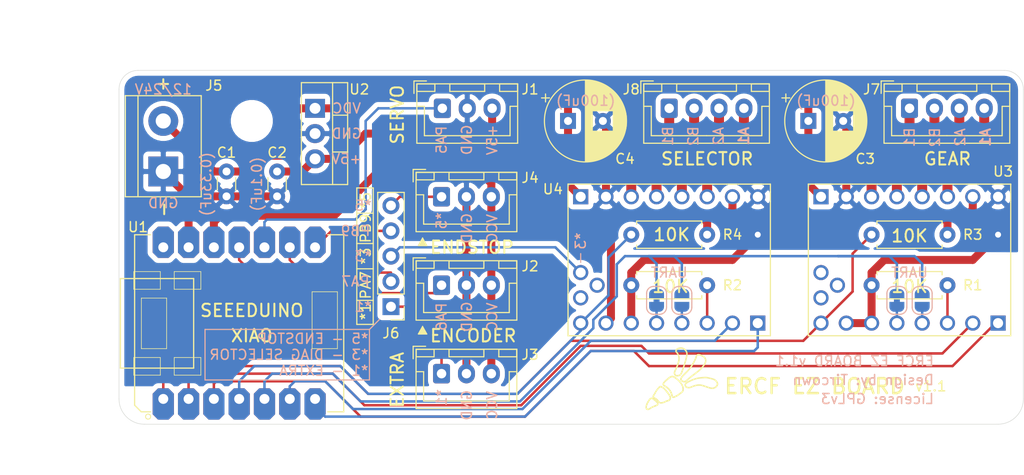
<source format=kicad_pcb>
(kicad_pcb (version 20171130) (host pcbnew "(5.1.9)-1")
  (title_block (title "ERCF EZ BOARD") (date 02/06/2021) (rev v1.1) (company "The ERCF fanclub") (comment 1 "by Tircown"))
  (layers (0 F.Cu signal) (31 B.Cu signal) (35 F.Paste user) (36 B.SilkS user) (37 F.SilkS user hide) (38 B.Mask user) (39 F.Mask user) (44 Edge.Cuts user))
  (net 0 "")
  (net 1 VDC)
  (net 2 GND)
  (net 3 +5V)
  (net 4 "Net-(J3-Pad1)")
  (net 5 "Net-(J4-Pad1)")
  (net 6 ENCODER)
  (net 7 SERVO)
  (net 8 EXTRA)
  (net 9 S-MIN)
  (net 10 +3V3)
  (net 11 G-EN)
  (net 12 "Net-(R2-Pad1)")
  (net 13 S-EN)
  (net 14 UART)
  (net 15 S-STEP)
  (net 16 S-DIR)
  (net 17 G-STEP)
  (net 18 G-DIR)
  (net 19 "Net-(J6-Pad3)")
  (net 20 "Net-(J7-Pad4)")
  (net 21 "Net-(J7-Pad3)")
  (net 22 "Net-(J7-Pad2)")
  (net 23 "Net-(J7-Pad1)")
  (net 24 "Net-(J8-Pad1)")
  (net 25 "Net-(J8-Pad2)")
  (net 26 "Net-(J8-Pad3)")
  (net 27 "Net-(J8-Pad4)")
  (net 28 "Net-(R1-Pad1)")
  (net 29 "Net-(JP8-Pad2)")
  (net 30 "Net-(JP10-Pad2)")
  (net 31 "Net-(JP7-Pad1)")
  (net 32 "Net-(JP9-Pad1)")
  (module ercf-ez-board:ercf-logo-mini (layer F.Cu) (at 133.35 138.938)
    (fp_text reference G*** hide)
    (fp_text value LOGO hide)
  )
  (module Jumper:SolderJumper-2_P1.3mm_Bridged_RoundedPad1.0x1.5mm (layer B.Cu) (at 130.81 131.064 270)
    (fp_text reference JP10 hide)
    (fp_text value Jumper_NC_Small)
    (fp_poly (pts (xy 0.25 0.3) (xy -0.25 0.3) (xy -0.25 -0.3) (xy 0.25 -0.3)) (layer B.Cu) (width 0))
    (pad 1 smd custom (at -0.65 0 270) (size 1 0.5) (layers B.Cu B.Mask) (net 14 UART) (options (clearance outline) (anchor rect)) (primitives (gr_circle (center 0 -0.25) (end 0.5 -0.25) (width 0)) (gr_circle (center 0 0.25) (end 0.5 0.25) (width 0)) (gr_poly (pts (xy 0 0.75) (xy 0.5 0.75) (xy 0.5 -0.75) (xy 0 -0.75)) (width 0))))
    (pad 2 smd custom (at 0.65 0 270) (size 1 0.5) (layers B.Cu B.Mask) (net 30 "Net-(JP10-Pad2)") (options (clearance outline) (anchor rect)) (primitives (gr_circle (center 0 -0.25) (end 0.5 -0.25) (width 0)) (gr_circle (center 0 0.25) (end 0.5 0.25) (width 0)) (gr_poly (pts (xy 0 0.75) (xy -0.5 0.75) (xy -0.5 -0.75) (xy 0 -0.75)) (width 0))))
  )
  (module Jumper:SolderJumper-2_P1.3mm_Open_RoundedPad1.0x1.5mm (layer B.Cu) (at 133.35 131.064 90)
    (fp_text reference JP9 hide)
    (fp_text value Jumper_NO_Small)
    (pad 2 smd custom (at 0.65 0 90) (size 1 0.5) (layers B.Cu B.Mask) (net 14 UART) (options (clearance outline) (anchor rect)) (primitives (gr_circle (center 0 -0.25) (end 0.5 -0.25) (width 0)) (gr_circle (center 0 0.25) (end 0.5 0.25) (width 0)) (gr_poly (pts (xy 0 0.75) (xy -0.5 0.75) (xy -0.5 -0.75) (xy 0 -0.75)) (width 0))))
    (pad 1 smd custom (at -0.65 0 90) (size 1 0.5) (layers B.Cu B.Mask) (net 32 "Net-(JP9-Pad1)") (options (clearance outline) (anchor rect)) (primitives (gr_circle (center 0 -0.25) (end 0.5 -0.25) (width 0)) (gr_circle (center 0 0.25) (end 0.5 0.25) (width 0)) (gr_poly (pts (xy 0 0.75) (xy 0.5 0.75) (xy 0.5 -0.75) (xy 0 -0.75)) (width 0))))
  )
  (module Jumper:SolderJumper-2_P1.3mm_Bridged_RoundedPad1.0x1.5mm (layer B.Cu) (at 154.94 131.064 270)
    (fp_text reference JP8 hide)
    (fp_text value Jumper_NC_Small)
    (fp_poly (pts (xy 0.25 0.3) (xy -0.25 0.3) (xy -0.25 -0.3) (xy 0.25 -0.3)) (layer B.Cu) (width 0))
    (pad 2 smd custom (at 0.65 0 270) (size 1 0.5) (layers B.Cu B.Mask) (net 29 "Net-(JP8-Pad2)") (options (clearance outline) (anchor rect)) (primitives (gr_circle (center 0 -0.25) (end 0.5 -0.25) (width 0)) (gr_circle (center 0 0.25) (end 0.5 0.25) (width 0)) (gr_poly (pts (xy 0 0.75) (xy -0.5 0.75) (xy -0.5 -0.75) (xy 0 -0.75)) (width 0))))
    (pad 1 smd custom (at -0.65 0 270) (size 1 0.5) (layers B.Cu B.Mask) (net 14 UART) (options (clearance outline) (anchor rect)) (primitives (gr_circle (center 0 -0.25) (end 0.5 -0.25) (width 0)) (gr_circle (center 0 0.25) (end 0.5 0.25) (width 0)) (gr_poly (pts (xy 0 0.75) (xy 0.5 0.75) (xy 0.5 -0.75) (xy 0 -0.75)) (width 0))))
  )
  (module Jumper:SolderJumper-2_P1.3mm_Open_RoundedPad1.0x1.5mm (layer B.Cu) (at 157.48 131.064 90)
    (fp_text reference JP7 hide)
    (fp_text value Jumper_NO_Small)
    (pad 2 smd custom (at 0.65 0 90) (size 1 0.5) (layers B.Cu B.Mask) (net 14 UART) (options (clearance outline) (anchor rect)) (primitives (gr_circle (center 0 -0.25) (end 0.5 -0.25) (width 0)) (gr_circle (center 0 0.25) (end 0.5 0.25) (width 0)) (gr_poly (pts (xy 0 0.75) (xy -0.5 0.75) (xy -0.5 -0.75) (xy 0 -0.75)) (width 0))))
    (pad 1 smd custom (at -0.65 0 90) (size 1 0.5) (layers B.Cu B.Mask) (net 31 "Net-(JP7-Pad1)") (options (clearance outline) (anchor rect)) (primitives (gr_circle (center 0 -0.25) (end 0.5 -0.25) (width 0)) (gr_circle (center 0 0.25) (end 0.5 0.25) (width 0)) (gr_poly (pts (xy 0 0.75) (xy 0.5 0.75) (xy 0.5 -0.75) (xy 0 -0.75)) (width 0))))
  )
  (module ercf-ez-board:SeeeduinoXIAO-MODULE14P (layer F.Cu) (at 81.28 133.35 90)
    (fp_text reference U1 (at 9.652 -2.54 180) (layer F.SilkS))
    (fp_text value SeeeduinoXIAO hide)
    (pad 14 thru_hole custom (at 7.62 0 90) (size 2 2) (drill 1) (layers *.Cu *.Mask) (options (clearance outline) (anchor circle)) (primitives (gr_poly (pts (xy 2.032 -0.508) (xy 2.032 0.508) (xy 1.524 1.016) (xy -0.508 1.016) (xy -1.016 0.508) (xy -1.016 -0.508) (xy -0.508 -1.016) (xy 1.524 -1.016)) (width 0.1))))
    (pad 12 thru_hole custom (at 7.62 5.08 90) (size 2 2) (drill 1) (layers *.Cu *.Mask) (net 10 +3V3) (options (clearance outline) (anchor circle)) (primitives (gr_poly (pts (xy 2.032 -0.508) (xy 2.032 0.508) (xy 1.524 1.016) (xy -0.508 1.016) (xy -1.016 0.508) (xy -1.016 -0.508) (xy -0.508 -1.016) (xy 1.524 -1.016)) (width 0.1))))
    (pad 13 thru_hole custom (at 7.62 2.54 90) (size 2 2) (drill 1) (layers *.Cu *.Mask) (net 2 GND) (options (clearance outline) (anchor circle)) (primitives (gr_poly (pts (xy 2.032 -0.508) (xy 2.032 0.508) (xy 1.524 1.016) (xy -0.508 1.016) (xy -1.016 0.508) (xy -1.016 -0.508) (xy -0.508 -1.016) (xy 1.524 -1.016)) (width 0.1))))
    (pad 11 thru_hole custom (at 7.62 7.62 90) (size 2 2) (drill 1) (layers *.Cu *.Mask) (net 6 ENCODER) (options (clearance outline) (anchor circle)) (primitives (gr_poly (pts (xy 2.032 -0.508) (xy 2.032 0.508) (xy 1.524 1.016) (xy -0.508 1.016) (xy -1.016 0.508) (xy -1.016 -0.508) (xy -0.508 -1.016) (xy 1.524 -1.016)) (width 0.1))))
    (pad 8 thru_hole custom (at 7.62 15.24 90) (size 2 2) (drill 1) (layers *.Cu *.Mask) (net 9 S-MIN) (options (clearance outline) (anchor circle)) (primitives (gr_poly (pts (xy 2.032 -0.508) (xy 2.032 0.508) (xy 1.524 1.016) (xy -0.508 1.016) (xy -1.016 0.508) (xy -1.016 -0.508) (xy -0.508 -1.016) (xy 1.524 -1.016)) (width 0.1))))
    (pad 9 thru_hole custom (at 7.62 12.7 90) (size 2 2) (drill 1) (layers *.Cu *.Mask) (net 8 EXTRA) (options (clearance outline) (anchor circle)) (primitives (gr_poly (pts (xy 2.032 -0.508) (xy 2.032 0.508) (xy 1.524 1.016) (xy -0.508 1.016) (xy -1.016 0.508) (xy -1.016 -0.508) (xy -0.508 -1.016) (xy 1.524 -1.016)) (width 0.1))))
    (pad 10 thru_hole custom (at 7.62 10.16 90) (size 2 2) (drill 1) (layers *.Cu *.Mask) (net 7 SERVO) (options (clearance outline) (anchor circle)) (primitives (gr_poly (pts (xy 2.032 -0.508) (xy 2.032 0.508) (xy 1.524 1.016) (xy -0.508 1.016) (xy -1.016 0.508) (xy -1.016 -0.508) (xy -0.508 -1.016) (xy 1.524 -1.016)) (width 0.1))))
    (pad 7 thru_hole custom (at -7.62 15.24 90) (size 2 2) (drill 1) (layers *.Cu *.Mask) (net 16 S-DIR) (options (clearance outline) (anchor circle)) (primitives (gr_poly (pts (xy 1.016 -0.508) (xy 1.016 0.508) (xy 0.508 1.016) (xy -1.524 1.016) (xy -2.032 0.508) (xy -2.032 -0.508) (xy -1.524 -1.016) (xy 0.508 -1.016)) (width 0.1))))
    (pad 6 thru_hole custom (at -7.62 12.7 90) (size 2 2) (drill 1) (layers *.Cu *.Mask) (net 15 S-STEP) (options (clearance outline) (anchor circle)) (primitives (gr_poly (pts (xy 1.016 -0.508) (xy 1.016 0.508) (xy 0.508 1.016) (xy -1.524 1.016) (xy -2.032 0.508) (xy -2.032 -0.508) (xy -1.524 -1.016) (xy 0.508 -1.016)) (width 0.1))))
    (pad 5 thru_hole custom (at -7.62 10.16 90) (size 2 2) (drill 1) (layers *.Cu *.Mask) (net 14 UART) (options (clearance outline) (anchor circle)) (primitives (gr_poly (pts (xy 1.016 -0.508) (xy 1.016 0.508) (xy 0.508 1.016) (xy -1.524 1.016) (xy -2.032 0.508) (xy -2.032 -0.508) (xy -1.524 -1.016) (xy 0.508 -1.016)) (width 0.1))))
    (pad 1 thru_hole custom (at -7.62 0 90) (size 2 2) (drill 1) (layers *.Cu *.Mask) (net 11 G-EN) (options (clearance outline) (anchor circle)) (primitives (gr_poly (pts (xy 1.016 -0.508) (xy 1.016 0.508) (xy 0.508 1.016) (xy -1.524 1.016) (xy -2.032 0.508) (xy -2.032 -0.508) (xy -1.524 -1.016) (xy 0.508 -1.016)) (width 0.1))))
    (pad 2 thru_hole custom (at -7.62 2.54 90) (size 2 2) (drill 1) (layers *.Cu *.Mask) (net 17 G-STEP) (options (clearance outline) (anchor circle)) (primitives (gr_poly (pts (xy 1.016 -0.508) (xy 1.016 0.508) (xy 0.508 1.016) (xy -1.524 1.016) (xy -2.032 0.508) (xy -2.032 -0.508) (xy -1.524 -1.016) (xy 0.508 -1.016)) (width 0.1))))
    (pad 3 thru_hole custom (at -7.62 5.08 90) (size 2 2) (drill 1) (layers *.Cu *.Mask) (net 18 G-DIR) (options (clearance outline) (anchor circle)) (primitives (gr_poly (pts (xy 1.016 -0.508) (xy 1.016 0.508) (xy 0.508 1.016) (xy -1.524 1.016) (xy -2.032 0.508) (xy -2.032 -0.508) (xy -1.524 -1.016) (xy 0.508 -1.016)) (width 0.1))))
    (pad 4 thru_hole custom (at -7.62 7.62 90) (size 2 2) (drill 1) (layers *.Cu *.Mask) (net 13 S-EN) (options (clearance outline) (anchor circle)) (primitives (gr_poly (pts (xy 1.016 -0.508) (xy 1.016 0.508) (xy 0.508 1.016) (xy -1.524 1.016) (xy -2.032 0.508) (xy -2.032 -0.508) (xy -1.524 -1.016) (xy 0.508 -1.016)) (width 0.1))))
    (pad 20 smd circle (at 1.323403 1.853633 180) (size 1.143 1.143) (layers F.Cu F.Paste F.Mask))
    (pad 19 smd circle (at -1.216597 1.853633 180) (size 1.143 1.143) (layers F.Cu F.Paste F.Mask))
    (pad 18 smd circle (at 1.323403 -0.686367 180) (size 1.143 1.143) (layers F.Cu F.Paste F.Mask))
    (pad 17 smd circle (at -1.216597 -0.686367 180) (size 1.143 1.143) (layers F.Cu F.Paste F.Mask))
    (pad 16 smd oval (at 1.3346 16.31782 180) (size 2.032 1.016) (layers F.Cu F.Paste F.Mask))
    (pad 15 smd oval (at -1.2154 16.31782 180) (size 2.032 1.016) (layers F.Cu F.Paste F.Mask))
  )
  (module ercf-ez-board:PinHeader_1x05_P2.54mm_Vertical_2 (layer F.Cu) (at 104.14 131.699 180)
    (fp_text reference J6 (at 0 -2.667) (layer F.SilkS))
    (fp_text value Conn_01x05_Male)
    (pad 5 thru_hole oval (at 0 10.16 180) (size 1.7 1.7) (drill 1) (layers *.Cu *.Mask) (net 5 "Net-(J4-Pad1)"))
    (pad 4 thru_hole oval (at 0 7.62 180) (size 1.7 1.7) (drill 1) (layers *.Cu *.Mask) (net 9 S-MIN))
    (pad 3 thru_hole oval (at 0 5.08 180) (size 1.7 1.7) (drill 1) (layers *.Cu *.Mask) (net 19 "Net-(J6-Pad3)"))
    (pad 2 thru_hole oval (at 0 2.54 180) (size 1.7 1.7) (drill 1) (layers *.Cu *.Mask) (net 8 EXTRA))
    (pad 1 thru_hole rect (at 0 0 180) (size 1.7 1.7) (drill 1) (layers *.Cu *.Mask) (net 4 "Net-(J3-Pad1)"))
  )
  (module ercf-ez-board:TerminalBlock_bornier-2_P5.08mm_2 (layer F.Cu) (at 81.28 113.03 270)
    (fp_text reference J5 (at -3.556 -5.08 180) (layer F.SilkS))
    (fp_text value Screw_Terminal_01x02)
    (pad 2 thru_hole circle (at 0 0 270) (size 3 3) (drill 1.52) (layers *.Cu *.Mask) (net 1 VDC))
    (pad 1 thru_hole rect (at 5.08 0 270) (size 3 3) (drill 1.52) (layers *.Cu *.Mask) (net 2 GND))
  )
  (module ercf-ez-board:MODULE_TMC2209_SILENTSTEPSTICK (layer F.Cu) (at 132.08 127 270)
    (fp_text reference U4 (at -7.112 11.684 180) (layer F.SilkS))
    (fp_text value TMC2209_SILENTSTEPSTICK)
    (pad JP1_1 thru_hole rect (at 6.35 -8.89 270) (size 1.524 1.524) (drill 1.016) (layers *.Cu *.Mask) (net 16 S-DIR))
    (pad JP1_2 thru_hole circle (at 6.35 -6.35 270) (size 1.524 1.524) (drill 1.016) (layers *.Cu *.Mask) (net 15 S-STEP))
    (pad JP1_3 thru_hole circle (at 6.35 -3.81 270) (size 1.524 1.524) (drill 1.016) (layers *.Cu *.Mask) (net 12 "Net-(R2-Pad1)"))
    (pad JP1_4 thru_hole circle (at 6.35 -1.27 270) (size 1.524 1.524) (drill 1.016) (layers *.Cu *.Mask) (net 32 "Net-(JP9-Pad1)"))
    (pad JP1_5 thru_hole circle (at 6.35 1.27 270) (size 1.524 1.524) (drill 1.016) (layers *.Cu *.Mask) (net 30 "Net-(JP10-Pad2)"))
    (pad JP1_6 thru_hole circle (at 6.35 3.81 270) (size 1.524 1.524) (drill 1.016) (layers *.Cu *.Mask) (net 2 GND))
    (pad JP1_7 thru_hole circle (at 6.35 6.35 270) (size 1.524 1.524) (drill 1.016) (layers *.Cu *.Mask) (net 10 +3V3))
    (pad JP1_8 thru_hole circle (at 6.35 8.89 270) (size 1.524 1.524) (drill 1.016) (layers *.Cu *.Mask) (net 13 S-EN))
    (pad JP2_1 thru_hole rect (at -6.35 8.89 270) (size 1.524 1.524) (drill 1.016) (layers *.Cu *.Mask) (net 1 VDC))
    (pad JP2_2 thru_hole circle (at -6.35 6.35 270) (size 1.524 1.524) (drill 1.016) (layers *.Cu *.Mask) (net 2 GND))
    (pad JP2_5 thru_hole circle (at -6.35 3.81 270) (size 1.524 1.524) (drill 1.016) (layers *.Cu *.Mask) (net 24 "Net-(J8-Pad1)"))
    (pad JP2_4 thru_hole circle (at -6.35 1.27 270) (size 1.524 1.524) (drill 1.016) (layers *.Cu *.Mask) (net 25 "Net-(J8-Pad2)"))
    (pad JP2_3 thru_hole circle (at -6.35 -1.27 270) (size 1.524 1.524) (drill 1.016) (layers *.Cu *.Mask) (net 26 "Net-(J8-Pad3)"))
    (pad JP2_6 thru_hole circle (at -6.35 -3.81 270) (size 1.524 1.524) (drill 1.016) (layers *.Cu *.Mask) (net 27 "Net-(J8-Pad4)"))
    (pad JP2_7 thru_hole circle (at -6.35 -6.35 270) (size 1.524 1.524) (drill 1.016) (layers *.Cu *.Mask) (net 10 +3V3))
    (pad JP2_8 thru_hole circle (at -6.35 -8.89 270) (size 1.524 1.524) (drill 1.016) (layers *.Cu *.Mask) (net 2 GND))
    (pad JP5_1 thru_hole circle (at 3.81 8.89 270) (size 1.524 1.524) (drill 1.016) (layers *.Cu *.Mask))
    (pad JP4_1 thru_hole circle (at 1.27 8.89 270) (size 1.524 1.524) (drill 1.016) (layers *.Cu *.Mask) (net 19 "Net-(J6-Pad3)"))
    (pad JP3_1 thru_hole circle (at 2.54 7.239 270) (size 1.524 1.524) (drill 1.016) (layers *.Cu *.Mask))
  )
  (module ercf-ez-board:MODULE_TMC2209_SILENTSTEPSTICK (layer F.Cu) (at 156.21 127 270)
    (fp_text reference U3 (at -8.89 -9.398 180) (layer F.SilkS))
    (fp_text value TMC2209_SILENTSTEPSTICK)
    (pad JP1_1 thru_hole rect (at 6.35 -8.89 270) (size 1.524 1.524) (drill 1.016) (layers *.Cu *.Mask) (net 18 G-DIR))
    (pad JP1_2 thru_hole circle (at 6.35 -6.35 270) (size 1.524 1.524) (drill 1.016) (layers *.Cu *.Mask) (net 17 G-STEP))
    (pad JP1_3 thru_hole circle (at 6.35 -3.81 270) (size 1.524 1.524) (drill 1.016) (layers *.Cu *.Mask) (net 28 "Net-(R1-Pad1)"))
    (pad JP1_4 thru_hole circle (at 6.35 -1.27 270) (size 1.524 1.524) (drill 1.016) (layers *.Cu *.Mask) (net 31 "Net-(JP7-Pad1)"))
    (pad JP1_5 thru_hole circle (at 6.35 1.27 270) (size 1.524 1.524) (drill 1.016) (layers *.Cu *.Mask) (net 29 "Net-(JP8-Pad2)"))
    (pad JP1_6 thru_hole circle (at 6.35 3.81 270) (size 1.524 1.524) (drill 1.016) (layers *.Cu *.Mask) (net 2 GND))
    (pad JP1_7 thru_hole circle (at 6.35 6.35 270) (size 1.524 1.524) (drill 1.016) (layers *.Cu *.Mask) (net 2 GND))
    (pad JP1_8 thru_hole circle (at 6.35 8.89 270) (size 1.524 1.524) (drill 1.016) (layers *.Cu *.Mask) (net 11 G-EN))
    (pad JP2_1 thru_hole rect (at -6.35 8.89 270) (size 1.524 1.524) (drill 1.016) (layers *.Cu *.Mask) (net 1 VDC))
    (pad JP2_2 thru_hole circle (at -6.35 6.35 270) (size 1.524 1.524) (drill 1.016) (layers *.Cu *.Mask) (net 2 GND))
    (pad JP2_5 thru_hole circle (at -6.35 3.81 270) (size 1.524 1.524) (drill 1.016) (layers *.Cu *.Mask) (net 23 "Net-(J7-Pad1)"))
    (pad JP2_4 thru_hole circle (at -6.35 1.27 270) (size 1.524 1.524) (drill 1.016) (layers *.Cu *.Mask) (net 22 "Net-(J7-Pad2)"))
    (pad JP2_3 thru_hole circle (at -6.35 -1.27 270) (size 1.524 1.524) (drill 1.016) (layers *.Cu *.Mask) (net 21 "Net-(J7-Pad3)"))
    (pad JP2_6 thru_hole circle (at -6.35 -3.81 270) (size 1.524 1.524) (drill 1.016) (layers *.Cu *.Mask) (net 20 "Net-(J7-Pad4)"))
    (pad JP2_7 thru_hole circle (at -6.35 -6.35 270) (size 1.524 1.524) (drill 1.016) (layers *.Cu *.Mask) (net 10 +3V3))
    (pad JP2_8 thru_hole circle (at -6.35 -8.89 270) (size 1.524 1.524) (drill 1.016) (layers *.Cu *.Mask) (net 2 GND))
    (pad JP5_1 thru_hole circle (at 3.81 8.89 270) (size 1.524 1.524) (drill 1.016) (layers *.Cu *.Mask))
    (pad JP4_1 thru_hole circle (at 1.27 8.89 270) (size 1.524 1.524) (drill 1.016) (layers *.Cu *.Mask))
    (pad JP3_1 thru_hole circle (at 2.54 7.239 270) (size 1.524 1.524) (drill 1.016) (layers *.Cu *.Mask))
  )
  (module Connector_JST:JST_XH_B3B-XH-A_1x03_P2.50mm_Vertical (layer F.Cu) (at 109.22 129.54)
    (fp_text reference J2 (at 8.89 -1.905) (layer F.SilkS))
    (fp_text value Conn_01x03_Male)
    (pad 3 thru_hole oval (at 5 0) (size 1.7 1.95) (drill 0.95) (layers *.Cu *.Mask) (net 10 +3V3))
    (pad 2 thru_hole oval (at 2.5 0) (size 1.7 1.95) (drill 0.95) (layers *.Cu *.Mask) (net 2 GND))
    (pad 1 thru_hole roundrect (at 0 0) (size 1.7 1.95) (drill 0.95) (layers *.Cu *.Mask) (roundrect_rratio 0.1470588235294118) (net 6 ENCODER))
  )
  (module MountingHole:MountingHole_3.2mm_M3 (layer F.Cu) (at 126.365 139.7)
    (fp_text reference H3 hide)
    (fp_text value MountingHole)
    (pad 1 np_thru_hole circle (at 0 0) (size 3.2 3.2) (drill 3.2) (layers *.Cu *.Mask))
  )
  (module Capacitor_THT:C_Disc_D3.0mm_W1.6mm_P2.50mm (layer F.Cu) (at 92.71 118.11 270)
    (fp_text reference C2 (at -1.905 0 180) (layer F.SilkS))
    (fp_text value 0.1uF)
    (pad 1 thru_hole circle (at 0 0 270) (size 1.6 1.6) (drill 0.8) (layers *.Cu *.Mask) (net 3 +5V))
    (pad 2 thru_hole circle (at 2.5 0 270) (size 1.6 1.6) (drill 0.8) (layers *.Cu *.Mask) (net 2 GND))
  )
  (module Package_TO_SOT_THT:TO-220-3_Vertical (layer F.Cu) (at 96.52 111.76 270)
    (fp_text reference U2 (at -1.905 -4.445 180) (layer F.SilkS))
    (fp_text value L7805)
    (pad 1 thru_hole rect (at 0 0 270) (size 1.905 2) (drill 1.1) (layers *.Cu *.Mask) (net 1 VDC))
    (pad 2 thru_hole oval (at 2.54 0 270) (size 1.905 2) (drill 1.1) (layers *.Cu *.Mask) (net 2 GND))
    (pad 3 thru_hole oval (at 5.08 0 270) (size 1.905 2) (drill 1.1) (layers *.Cu *.Mask) (net 3 +5V))
  )
  (module Resistor_THT:R_Axial_DIN0207_L6.3mm_D2.5mm_P7.62mm_Horizontal (layer F.Cu) (at 128.27 124.46)
    (fp_text reference R4 (at 10.16 0) (layer F.SilkS))
    (fp_text value 10k)
    (pad 2 thru_hole oval (at 7.62 0) (size 1.6 1.6) (drill 0.8) (layers *.Cu *.Mask) (net 10 +3V3))
    (pad 1 thru_hole circle (at 0 0) (size 1.6 1.6) (drill 0.8) (layers *.Cu *.Mask) (net 13 S-EN))
  )
  (module Resistor_THT:R_Axial_DIN0207_L6.3mm_D2.5mm_P7.62mm_Horizontal (layer F.Cu) (at 152.4 124.46)
    (fp_text reference R3 (at 10.16 0) (layer F.SilkS))
    (fp_text value 10k)
    (pad 2 thru_hole oval (at 7.62 0) (size 1.6 1.6) (drill 0.8) (layers *.Cu *.Mask) (net 10 +3V3))
    (pad 1 thru_hole circle (at 0 0) (size 1.6 1.6) (drill 0.8) (layers *.Cu *.Mask) (net 11 G-EN))
  )
  (module Resistor_THT:R_Axial_DIN0207_L6.3mm_D2.5mm_P7.62mm_Horizontal (layer F.Cu) (at 135.89 129.54 180)
    (fp_text reference R2 (at -2.54 0) (layer F.SilkS))
    (fp_text value 10k)
    (pad 2 thru_hole oval (at 7.62 0 180) (size 1.6 1.6) (drill 0.8) (layers *.Cu *.Mask) (net 2 GND))
    (pad 1 thru_hole circle (at 0 0 180) (size 1.6 1.6) (drill 0.8) (layers *.Cu *.Mask) (net 12 "Net-(R2-Pad1)"))
  )
  (module Resistor_THT:R_Axial_DIN0207_L6.3mm_D2.5mm_P7.62mm_Horizontal (layer F.Cu) (at 160.02 129.54 180)
    (fp_text reference R1 (at -2.54 0) (layer F.SilkS))
    (fp_text value 10k)
    (pad 2 thru_hole oval (at 7.62 0 180) (size 1.6 1.6) (drill 0.8) (layers *.Cu *.Mask) (net 2 GND))
    (pad 1 thru_hole circle (at 0 0 180) (size 1.6 1.6) (drill 0.8) (layers *.Cu *.Mask) (net 28 "Net-(R1-Pad1)"))
  )
  (module Connector_JST:JST_XH_B4B-XH-A_1x04_P2.50mm_Vertical (layer F.Cu) (at 132.08 111.76)
    (fp_text reference J8 (at -3.81 -1.905) (layer F.SilkS))
    (fp_text value Conn_01x04_Male)
    (pad 1 thru_hole roundrect (at 0 0) (size 1.7 1.95) (drill 0.95) (layers *.Cu *.Mask) (roundrect_rratio 0.1470588235294118) (net 24 "Net-(J8-Pad1)"))
    (pad 2 thru_hole oval (at 2.5 0) (size 1.7 1.95) (drill 0.95) (layers *.Cu *.Mask) (net 25 "Net-(J8-Pad2)"))
    (pad 3 thru_hole oval (at 5 0) (size 1.7 1.95) (drill 0.95) (layers *.Cu *.Mask) (net 26 "Net-(J8-Pad3)"))
    (pad 4 thru_hole oval (at 7.5 0) (size 1.7 1.95) (drill 0.95) (layers *.Cu *.Mask) (net 27 "Net-(J8-Pad4)"))
  )
  (module Connector_JST:JST_XH_B4B-XH-A_1x04_P2.50mm_Vertical (layer F.Cu) (at 156.21 111.76)
    (fp_text reference J7 (at -3.81 -1.905) (layer F.SilkS))
    (fp_text value Conn_01x04_Male)
    (pad 4 thru_hole oval (at 7.5 0) (size 1.7 1.95) (drill 0.95) (layers *.Cu *.Mask) (net 20 "Net-(J7-Pad4)"))
    (pad 3 thru_hole oval (at 5 0) (size 1.7 1.95) (drill 0.95) (layers *.Cu *.Mask) (net 21 "Net-(J7-Pad3)"))
    (pad 2 thru_hole oval (at 2.5 0) (size 1.7 1.95) (drill 0.95) (layers *.Cu *.Mask) (net 22 "Net-(J7-Pad2)"))
    (pad 1 thru_hole roundrect (at 0 0) (size 1.7 1.95) (drill 0.95) (layers *.Cu *.Mask) (roundrect_rratio 0.1470588235294118) (net 23 "Net-(J7-Pad1)"))
  )
  (module Connector_JST:JST_XH_B3B-XH-A_1x03_P2.50mm_Vertical (layer F.Cu) (at 109.22 120.65)
    (fp_text reference J4 (at 8.89 -1.905) (layer F.SilkS))
    (fp_text value Conn_01x03_Male)
    (pad 3 thru_hole oval (at 5 0) (size 1.7 1.95) (drill 0.95) (layers *.Cu *.Mask) (net 10 +3V3))
    (pad 2 thru_hole oval (at 2.5 0) (size 1.7 1.95) (drill 0.95) (layers *.Cu *.Mask) (net 2 GND))
    (pad 1 thru_hole roundrect (at 0 0) (size 1.7 1.95) (drill 0.95) (layers *.Cu *.Mask) (roundrect_rratio 0.1470588235294118) (net 5 "Net-(J4-Pad1)"))
  )
  (module Connector_JST:JST_XH_B3B-XH-A_1x03_P2.50mm_Vertical (layer F.Cu) (at 109.22 138.43)
    (fp_text reference J3 (at 8.89 -1.905) (layer F.SilkS))
    (fp_text value Conn_01x03_Male)
    (pad 3 thru_hole oval (at 5 0) (size 1.7 1.95) (drill 0.95) (layers *.Cu *.Mask) (net 10 +3V3))
    (pad 2 thru_hole oval (at 2.5 0) (size 1.7 1.95) (drill 0.95) (layers *.Cu *.Mask) (net 2 GND))
    (pad 1 thru_hole roundrect (at 0 0) (size 1.7 1.95) (drill 0.95) (layers *.Cu *.Mask) (roundrect_rratio 0.1470588235294118) (net 4 "Net-(J3-Pad1)"))
  )
  (module Connector_JST:JST_XH_B3B-XH-A_1x03_P2.50mm_Vertical (layer F.Cu) (at 109.3 111.76)
    (fp_text reference J1 (at 8.81 -1.905) (layer F.SilkS))
    (fp_text value Conn_01x03_Male)
    (pad 3 thru_hole oval (at 5 0) (size 1.7 1.95) (drill 0.95) (layers *.Cu *.Mask) (net 3 +5V))
    (pad 2 thru_hole oval (at 2.5 0) (size 1.7 1.95) (drill 0.95) (layers *.Cu *.Mask) (net 2 GND))
    (pad 1 thru_hole roundrect (at 0 0) (size 1.7 1.95) (drill 0.95) (layers *.Cu *.Mask) (roundrect_rratio 0.1470588235294118) (net 7 SERVO))
  )
  (module MountingHole:MountingHole_3.2mm_M3 (layer F.Cu) (at 90.17 113.03)
    (fp_text reference H2 hide)
    (fp_text value MountingHole)
    (pad 1 np_thru_hole circle (at 0 0) (size 3.2 3.2) (drill 3.2) (layers *.Cu *.Mask))
  )
  (module MountingHole:MountingHole_3.2mm_M3 (layer F.Cu) (at 163.83 139.7)
    (fp_text reference H1 hide)
    (fp_text value MountingHole)
    (pad 1 np_thru_hole circle (at 0 0) (size 3.2 3.2) (drill 3.2) (layers *.Cu *.Mask))
  )
  (module Capacitor_THT:CP_Radial_D8.0mm_P3.50mm (layer F.Cu) (at 121.92 113.03)
    (fp_text reference C4 (at 5.715 3.81) (layer F.SilkS))
    (fp_text value 100uF)
    (pad 2 thru_hole circle (at 3.5 0) (size 1.6 1.6) (drill 0.8) (layers *.Cu *.Mask) (net 2 GND))
    (pad 1 thru_hole rect (at 0 0) (size 1.6 1.6) (drill 0.8) (layers *.Cu *.Mask) (net 1 VDC))
  )
  (module Capacitor_THT:CP_Radial_D8.0mm_P3.50mm (layer F.Cu) (at 146.05 113.03)
    (fp_text reference C3 (at 5.715 3.81) (layer F.SilkS))
    (fp_text value 100uF)
    (pad 2 thru_hole circle (at 3.5 0) (size 1.6 1.6) (drill 0.8) (layers *.Cu *.Mask) (net 2 GND))
    (pad 1 thru_hole rect (at 0 0) (size 1.6 1.6) (drill 0.8) (layers *.Cu *.Mask) (net 1 VDC))
  )
  (module Capacitor_THT:C_Disc_D3.0mm_W1.6mm_P2.50mm (layer F.Cu) (at 87.63 118.11 270)
    (fp_text reference C1 (at -1.905 0 180) (layer F.SilkS))
    (fp_text value 0.33uF)
    (pad 2 thru_hole circle (at 2.5 0 270) (size 1.6 1.6) (drill 0.8) (layers *.Cu *.Mask) (net 2 GND))
    (pad 1 thru_hole circle (at 0 0 270) (size 1.6 1.6) (drill 0.8) (layers *.Cu *.Mask) (net 1 VDC))
  )
  (gr_text "ERCF EZ BOARD v1.1" (at 158.75 137.16) (layer B.SilkS) (effects (font (size 1 1)) (justify left mirror)))
  (gr_text "License: GPLv3" (at 158.75 140.97) (layer B.SilkS) (effects (font (size 1 1)) (justify left mirror)))
  (gr_text "Design by: Tircown" (at 158.75 139.065) (layer B.SilkS) (effects (font (size 1 1)) (justify left mirror)))
  (gr_text UART (at 132.08 128.27) (layer B.SilkS) (effects (font (size 1 1)) (justify mirror)))
  (gr_text UART (at 156.21 128.27) (layer B.SilkS) (effects (font (size 1 1)) (justify mirror)))
  (gr_text - (at 81.28 121.92 90) (layer F.SilkS) (effects (font (size 1.25 1.25) (thickness 0.2))))
  (gr_text + (at 81.28 109.22) (layer F.SilkS) (effects (font (size 1.25 1.25) (thickness 0.2))))
  (gr_text GND (at 81.28 121.285) (layer B.SilkS) (effects (font (size 1 1)) (justify mirror)))
  (gr_text 12/24V (at 81.28 109.855) (layer B.SilkS) (effects (font (size 1 1)) (justify mirror)))
  (gr_text "(100uF)" (at 147.828 110.998) (layer B.SilkS) (effects (font (size 1 1)) (justify mirror)))
  (gr_text "(100uF)" (at 123.698 110.998) (layer B.SilkS) (effects (font (size 1 1)) (justify mirror)))
  (gr_text "(0.1uF)" (at 90.678 119.38 90) (layer B.SilkS) (effects (font (size 1 1)) (justify mirror)))
  (gr_text "(0.33uF)" (at 85.598 119.38 90) (layer B.SilkS) (effects (font (size 1 1)) (justify mirror)))
  (gr_text 10K (at 132.334 124.46) (layer F.SilkS) (effects (font (size 1.25 1.25) (thickness 0.2))))
  (gr_text 10K (at 132.207 129.667) (layer F.SilkS) (effects (font (size 1.25 1.25) (thickness 0.2))))
  (gr_text 10K (at 156.21 129.667) (layer F.SilkS) (effects (font (size 1.25 1.25) (thickness 0.2))))
  (gr_text 10K (at 156.21 124.587) (layer F.SilkS) (effects (font (size 1.25 1.25) (thickness 0.2))))
  (gr_line (start 102.362 122.301) (end 100.711 122.301) (layer F.SilkS) (width 0.12))
  (gr_line (start 102.362 131.064) (end 100.711 131.064) (layer F.SilkS) (width 0.12))
  (gr_line (start 102.362 125.349) (end 100.711 125.349) (layer F.SilkS) (width 0.12))
  (gr_line (start 102.362 133.477) (end 102.362 119.761) (layer F.SilkS) (width 0.12))
  (gr_line (start 102.362 127.889) (end 100.711 127.889) (layer F.SilkS) (width 0.12))
  (gr_line (start 100.711 133.477) (end 102.362 133.477) (layer F.SilkS) (width 0.12))
  (gr_line (start 100.711 119.761) (end 100.711 133.477) (layer F.SilkS) (width 0.12))
  (gr_line (start 102.362 119.761) (end 100.711 119.761) (layer F.SilkS) (width 0.12))
  (gr_text PA7 (at 101.6 129.54 90) (layer F.SilkS) (effects (font (size 1 1))))
  (gr_text *1 (at 101.6 132.207 90) (layer F.SilkS) (effects (font (size 1 1))))
  (gr_text *3 (at 101.6 126.619 90) (layer F.SilkS) (effects (font (size 1 1))))
  (gr_text PB9 (at 101.6 123.825 90) (layer F.SilkS) (effects (font (size 1 1))))
  (gr_text *5 (at 101.6 121.031 90) (layer F.SilkS) (effects (font (size 1 1))))
  (gr_text XIAO (at 90.17 134.62) (layer F.SilkS) (effects (font (size 1.25 1.25) (thickness 0.2))))
  (gr_text SEEEDUINO (at 90.17 132.08) (layer F.SilkS) (effects (font (size 1.25 1.25) (thickness 0.2))))
  (gr_text ▲ (at 107.315 133.985) (layer F.SilkS) (effects (font (size 1 1) (thickness 0.1))))
  (gr_text ▲ (at 107.315 125.095) (layer F.SilkS) (effects (font (size 1 1) (thickness 0.1))))
  (gr_text EXTRA (at 104.775 139.065 90) (layer F.SilkS) (effects (font (size 1.25 1.25) (thickness 0.2))))
  (gr_text ENCODER (at 107.95 134.62) (layer F.SilkS) (effects (font (size 1.25 1.25) (thickness 0.2)) (justify left)))
  (gr_text ENDSTOP (at 107.95 125.73) (layer F.SilkS) (effects (font (size 1.25 1.25) (thickness 0.2)) (justify left)))
  (gr_text SERVO (at 104.775 112.395 90) (layer F.SilkS) (effects (font (size 1.25 1.25) (thickness 0.2))))
  (gr_line (start 123.19 126.365) (end 123.19 127.254) (layer B.SilkS) (width 0.12))
  (gr_line (start 101.981 133.985) (end 102.997 132.969) (layer B.SilkS) (width 0.12))
  (gr_line (start 101.981 139.065) (end 101.981 133.985) (layer B.SilkS) (width 0.12))
  (gr_line (start 85.471 139.065) (end 101.981 139.065) (layer B.SilkS) (width 0.12))
  (gr_line (start 85.471 133.985) (end 85.471 139.065) (layer B.SilkS) (width 0.12))
  (gr_line (start 101.981 133.985) (end 85.471 133.985) (layer B.SilkS) (width 0.12))
  (gr_text "*5 - ENDSTOP\n*3 - DIAG SELECTOR\n*1 - EXTRA" (at 101.981 136.525) (layer B.SilkS) (effects (font (size 1 1)) (justify left mirror)))
  (gr_text "*1  " (at 100.584 131.699) (layer B.SilkS) (effects (font (size 1 1)) (justify mirror)))
  (gr_text "*5  " (at 100.584 121.539) (layer B.SilkS) (effects (font (size 1 1)) (justify mirror)))
  (gr_text "*3  " (at 100.584 126.619) (layer B.SilkS) (effects (font (size 1 1)) (justify mirror)))
  (gr_text *3 (at 123.19 125.095 90) (layer B.SilkS) (effects (font (size 1 1)) (justify mirror)))
  (gr_text PB9 (at 100.584 124.079) (layer B.SilkS) (effects (font (size 1 1)) (justify mirror)))
  (gr_text PA7 (at 100.584 129.159) (layer B.SilkS) (effects (font (size 1 1)) (justify mirror)))
  (gr_text +5V (at 114.3 114.935 90) (layer B.SilkS) (effects (font (size 1 1)) (justify mirror)))
  (gr_text GND (at 111.76 114.935 90) (layer B.SilkS) (effects (font (size 1 1)) (justify mirror)))
  (gr_text PA5 (at 109.22 114.935 90) (layer B.SilkS) (effects (font (size 1 1)) (justify mirror)))
  (gr_text VDC (at 99.695 111.76) (layer B.SilkS) (effects (font (size 1 1)) (justify mirror)))
  (gr_text +5V (at 99.695 116.84) (layer B.SilkS) (effects (font (size 1 1)) (justify mirror)))
  (gr_text GND (at 99.695 114.3) (layer B.SilkS) (effects (font (size 1 1)) (justify mirror)))
  (gr_text "*1  " (at 109.22 141.605 90) (layer B.SilkS) (effects (font (size 1 1)) (justify mirror)))
  (gr_text GND (at 111.76 141.605 90) (layer B.SilkS) (effects (font (size 1 1)) (justify mirror)))
  (gr_text VCC (at 114.3 141.605 90) (layer B.SilkS) (effects (font (size 1 1)) (justify mirror)))
  (gr_text PA6 (at 109.22 132.715 90) (layer B.SilkS) (effects (font (size 1 1)) (justify mirror)))
  (gr_text GND (at 111.76 132.715 90) (layer B.SilkS) (effects (font (size 1 1)) (justify mirror)))
  (gr_text VCC (at 114.3 132.715 90) (layer B.SilkS) (effects (font (size 1 1)) (justify mirror)))
  (gr_text VCC (at 114.3 123.825 90) (layer B.SilkS) (effects (font (size 1 1)) (justify mirror)))
  (gr_text GND (at 111.76 123.825 90) (layer B.SilkS) (effects (font (size 1 1)) (justify mirror)))
  (gr_text "*5  " (at 109.22 123.825 90) (layer B.SilkS) (effects (font (size 1 1)) (justify mirror)))
  (gr_text A1 (at 139.573 114.554 90) (layer B.SilkS) (effects (font (size 1 1) (thickness 0.2)) (justify mirror)))
  (gr_text B1 (at 131.953 114.554 90) (layer B.SilkS) (effects (font (size 1 1)) (justify mirror)))
  (gr_text A2 (at 137.033 114.554 90) (layer B.SilkS) (effects (font (size 1 1)) (justify mirror)))
  (gr_text B2 (at 134.493 114.554 90) (layer B.SilkS) (effects (font (size 1 1)) (justify mirror)))
  (gr_text B1 (at 156.21 114.681 90) (layer B.SilkS) (effects (font (size 1 1)) (justify mirror)))
  (gr_text B2 (at 158.75 114.681 90) (layer B.SilkS) (effects (font (size 1 1)) (justify mirror)))
  (gr_text A2 (at 161.29 114.681 90) (layer B.SilkS) (effects (font (size 1 1)) (justify mirror)))
  (gr_text A1 (at 163.83 114.681 90) (layer B.SilkS) (effects (font (size 1 1) (thickness 0.2)) (justify mirror)))
  (gr_text SELECTOR (at 135.89 116.84) (layer F.SilkS) (effects (font (size 1.25 1.25) (thickness 0.2))))
  (gr_text GEAR (at 160.02 116.84) (layer F.SilkS) (effects (font (size 1.25 1.25) (thickness 0.2))))
  (gr_line (start 76.835 109.855) (end 76.835 140.97) (layer Edge.Cuts) (width 0.05))
  (gr_line (start 165.735 107.95) (end 78.74 107.95) (layer Edge.Cuts) (width 0.05))
  (gr_line (start 167.64 140.97) (end 167.64 109.855) (layer Edge.Cuts) (width 0.05))
  (gr_line (start 79.375 143.51) (end 165.1 143.51) (layer Edge.Cuts) (width 0.05))
  (gr_arc (start 79.375 140.97) (end 76.835 140.97) (angle -90) (layer Edge.Cuts) (width 0.05))
  (gr_arc (start 165.1 140.97) (end 165.1 143.51) (angle -90) (layer Edge.Cuts) (width 0.05))
  (gr_arc (start 165.735 109.855) (end 167.64 109.855) (angle -90) (layer Edge.Cuts) (width 0.05))
  (gr_arc (start 78.74 109.855) (end 78.74 107.95) (angle -90) (layer Edge.Cuts) (width 0.05))
  (gr_text v1.1 (at 160.02 139.7) (layer F.SilkS) (effects (font (size 1 1)) (justify right)))
  (gr_text "ERCF EZ BOARD" (at 146.685 139.7) (layer F.SilkS) (effects (font (size 1.5 1.5) (thickness 0.25))))
  (segment (start 96.52 111.76) (end 96.52 111.953998) (width 0.6) (layer F.Cu) (net 1))
  (segment (start 86.36 118.11) (end 81.28 113.03) (width 0.8) (layer F.Cu) (net 1))
  (segment (start 87.63 118.11) (end 86.36 118.11) (width 0.8) (layer F.Cu) (net 1))
  (segment (start 93.2815 116.5225) (end 91.7575 116.5225) (width 0.8) (layer F.Cu) (net 1))
  (segment (start 94.361 115.443) (end 93.2815 116.5225) (width 0.8) (layer F.Cu) (net 1))
  (segment (start 94.361 112.395) (end 94.361 115.443) (width 0.8) (layer F.Cu) (net 1))
  (segment (start 94.996 111.76) (end 94.361 112.395) (width 0.8) (layer F.Cu) (net 1))
  (segment (start 96.52 111.76) (end 94.996 111.76) (width 0.8) (layer F.Cu) (net 1))
  (segment (start 90.17 118.11) (end 91.7575 116.5225) (width 0.8) (layer F.Cu) (net 1))
  (segment (start 87.63 118.11) (end 90.17 118.11) (width 0.8) (layer F.Cu) (net 1))
  (segment (start 99.314 111.76) (end 101.219 109.855) (width 0.8) (layer F.Cu) (net 1))
  (segment (start 96.52 111.76) (end 99.314 111.76) (width 0.8) (layer F.Cu) (net 1))
  (segment (start 101.219 109.855) (end 121.285 109.855) (width 0.8) (layer F.Cu) (net 1))
  (segment (start 121.285 109.855) (end 145.415 109.855) (width 0.8) (layer F.Cu) (net 1))
  (segment (start 146.05 110.49) (end 145.415 109.855) (width 0.8) (layer F.Cu) (net 1))
  (segment (start 146.05 113.03) (end 146.05 110.49) (width 0.8) (layer F.Cu) (net 1))
  (segment (start 146.05 119.38) (end 147.32 120.65) (width 0.8) (layer F.Cu) (net 1))
  (segment (start 146.05 113.03) (end 146.05 119.38) (width 0.8) (layer F.Cu) (net 1))
  (segment (start 121.92 119.38) (end 123.19 120.65) (width 0.8) (layer F.Cu) (net 1))
  (segment (start 121.92 113.03) (end 121.92 119.38) (width 0.8) (layer F.Cu) (net 1))
  (segment (start 121.92 110.49) (end 121.285 109.855) (width 0.8) (layer F.Cu) (net 1))
  (segment (start 121.92 113.03) (end 121.92 110.49) (width 0.8) (layer F.Cu) (net 1))
  (segment (start 111.72 129.54) (end 111.72 138.43) (width 0.8) (layer F.Cu) (net 2))
  (segment (start 83.78 120.61) (end 81.28 118.11) (width 0.8) (layer F.Cu) (net 2))
  (segment (start 87.63 120.61) (end 83.78 120.61) (width 0.8) (layer F.Cu) (net 2))
  (segment (start 83.82 120.65) (end 83.78 120.61) (width 0.8) (layer F.Cu) (net 2))
  (segment (start 83.82 125.73) (end 83.82 120.65) (width 0.8) (layer F.Cu) (net 2))
  (segment (start 87.63 120.61) (end 92.71 120.61) (width 0.8) (layer F.Cu) (net 2))
  (segment (start 111.72 120.65) (end 111.72 129.54) (width 0.8) (layer F.Cu) (net 2))
  (segment (start 149.86 113.34) (end 149.55 113.03) (width 0.8) (layer F.Cu) (net 2))
  (segment (start 149.86 120.65) (end 149.86 113.34) (width 0.8) (layer F.Cu) (net 2))
  (segment (start 125.73 113.34) (end 125.42 113.03) (width 0.8) (layer F.Cu) (net 2))
  (segment (start 125.73 120.65) (end 125.73 113.34) (width 0.8) (layer F.Cu) (net 2))
  (segment (start 152.4 129.54) (end 152.4 133.35) (width 0.8) (layer F.Cu) (net 2))
  (segment (start 152.4 133.35) (end 149.86 133.35) (width 0.8) (layer F.Cu) (net 2))
  (segment (start 128.27 129.54) (end 128.27 133.35) (width 0.8) (layer F.Cu) (net 2))
  (via (at 140.97 124.46) (size 1) (drill 0.6) (layers F.Cu B.Cu) (net 2))
  (segment (start 138.43 127) (end 140.97 124.46) (width 0.8) (layer F.Cu) (net 2))
  (segment (start 152.4 129.54) (end 152.4 128.27) (width 0.8) (layer F.Cu) (net 2))
  (segment (start 152.4 128.27) (end 153.67 127) (width 0.8) (layer F.Cu) (net 2))
  (segment (start 162.56 127) (end 165.1 124.46) (width 0.8) (layer F.Cu) (net 2))
  (via (at 165.1 124.46) (size 1) (drill 0.6) (layers F.Cu B.Cu) (net 2))
  (segment (start 153.67 127) (end 162.56 127) (width 0.8) (layer F.Cu) (net 2))
  (segment (start 128.27 129.54) (end 128.27 128.27) (width 0.8) (layer F.Cu) (net 2))
  (segment (start 129.54 127) (end 138.43 127) (width 0.8) (layer F.Cu) (net 2))
  (segment (start 128.27 128.27) (end 129.54 127) (width 0.8) (layer F.Cu) (net 2))
  (segment (start 95.25 118.11) (end 96.52 116.84) (width 0.8) (layer F.Cu) (net 3))
  (segment (start 92.71 118.11) (end 95.25 118.11) (width 0.8) (layer F.Cu) (net 3))
  (segment (start 99.06 116.84) (end 101.6 114.3) (width 0.8) (layer F.Cu) (net 3))
  (segment (start 96.52 116.84) (end 99.06 116.84) (width 0.8) (layer F.Cu) (net 3))
  (segment (start 101.6 114.3) (end 113.538 114.3) (width 0.8) (layer F.Cu) (net 3))
  (segment (start 114.3 113.538) (end 114.3 111.76) (width 0.8) (layer F.Cu) (net 3))
  (segment (start 113.538 114.3) (end 114.3 113.538) (width 0.8) (layer F.Cu) (net 3))
  (segment (start 109.22 132.715) (end 109.22 138.43) (width 0.25) (layer F.Cu) (net 4))
  (segment (start 108.204 131.699) (end 109.22 132.715) (width 0.25) (layer F.Cu) (net 4))
  (segment (start 104.14 131.699) (end 108.204 131.699) (width 0.25) (layer F.Cu) (net 4))
  (segment (start 105.029 120.65) (end 104.14 121.539) (width 0.25) (layer F.Cu) (net 5))
  (segment (start 109.22 120.65) (end 105.029 120.65) (width 0.25) (layer F.Cu) (net 5))
  (segment (start 114.22 137.964202) (end 114.22 138.43) (width 0.6) (layer B.Cu) (net 10))
  (segment (start 109.22 129.54) (end 108.585 129.54) (width 0.25) (layer F.Cu) (net 6))
  (segment (start 108.425999 130.334001) (end 92.234001 130.334001) (width 0.25) (layer F.Cu) (net 6))
  (segment (start 109.22 129.54) (end 108.839 129.54) (width 0.25) (layer F.Cu) (net 6))
  (segment (start 92.234001 130.334001) (end 88.9 127) (width 0.25) (layer F.Cu) (net 6))
  (segment (start 88.9 127) (end 88.9 125.73) (width 0.25) (layer F.Cu) (net 6))
  (segment (start 109.22 129.54) (end 108.425999 130.334001) (width 0.25) (layer F.Cu) (net 6))
  (segment (start 91.44 125.73) (end 91.44 123.19) (width 0.25) (layer B.Cu) (net 7))
  (segment (start 100.584 122.936) (end 91.694 122.936) (width 0.25) (layer B.Cu) (net 7))
  (segment (start 101.6 121.92) (end 100.584 122.936) (width 0.25) (layer B.Cu) (net 7))
  (segment (start 91.44 123.19) (end 91.694 122.936) (width 0.25) (layer B.Cu) (net 7))
  (segment (start 109.3 111.76) (end 102.87 111.76) (width 0.25) (layer B.Cu) (net 7))
  (segment (start 102.87 111.76) (end 101.6 113.03) (width 0.25) (layer B.Cu) (net 7))
  (segment (start 101.6 113.03) (end 101.6 121.92) (width 0.25) (layer B.Cu) (net 7))
  (segment (start 93.98 125.73) (end 93.98 127) (width 0.25) (layer F.Cu) (net 8))
  (segment (start 93.98 127) (end 95.25 128.27) (width 0.25) (layer F.Cu) (net 8))
  (segment (start 95.25 128.27) (end 104.14 128.27) (width 0.25) (layer F.Cu) (net 8))
  (segment (start 96.52 125.73) (end 96.52 123.825) (width 0.25) (layer F.Cu) (net 9))
  (segment (start 98.171 124.079) (end 96.52 125.73) (width 0.25) (layer F.Cu) (net 9))
  (segment (start 104.14 124.079) (end 98.171 124.079) (width 0.25) (layer F.Cu) (net 9))
  (segment (start 86.36 125.73) (end 86.36 124.669326) (width 1) (layer F.Cu) (net 10))
  (segment (start 98.425 122.555) (end 102.87 118.11) (width 0.8) (layer F.Cu) (net 10))
  (segment (start 86.995 122.555) (end 98.425 122.555) (width 0.8) (layer F.Cu) (net 10))
  (segment (start 120.65 122.555) (end 125.73 122.555) (width 0.8) (layer F.Cu) (net 10))
  (segment (start 116.205 118.11) (end 120.65 122.555) (width 0.8) (layer F.Cu) (net 10))
  (segment (start 114.22 119.3) (end 113.03 118.11) (width 0.8) (layer F.Cu) (net 10))
  (segment (start 114.22 120.65) (end 114.22 119.3) (width 0.8) (layer F.Cu) (net 10))
  (segment (start 113.03 118.11) (end 116.205 118.11) (width 0.8) (layer F.Cu) (net 10))
  (segment (start 102.87 118.11) (end 113.03 118.11) (width 0.8) (layer F.Cu) (net 10))
  (segment (start 114.22 120.65) (end 114.22 129.54) (width 0.8) (layer F.Cu) (net 10))
  (segment (start 114.22 129.54) (end 114.22 138.43) (width 0.8) (layer F.Cu) (net 10))
  (segment (start 86.36 123.19) (end 86.995 122.555) (width 0.8) (layer F.Cu) (net 10))
  (segment (start 86.36 125.73) (end 86.36 123.19) (width 0.8) (layer F.Cu) (net 10))
  (segment (start 125.73 122.555) (end 135.255 122.555) (width 0.8) (layer F.Cu) (net 10))
  (segment (start 151.511 122.555) (end 159.385 122.555) (width 0.8) (layer F.Cu) (net 10))
  (segment (start 137.795 122.555) (end 151.511 122.555) (width 0.8) (layer F.Cu) (net 10))
  (segment (start 160.02 123.19) (end 159.385 122.555) (width 0.8) (layer F.Cu) (net 10))
  (segment (start 160.02 124.46) (end 160.02 123.19) (width 0.8) (layer F.Cu) (net 10))
  (segment (start 162.56 120.65) (end 162.56 121.92) (width 0.8) (layer F.Cu) (net 10))
  (segment (start 161.925 122.555) (end 159.385 122.555) (width 0.8) (layer F.Cu) (net 10))
  (segment (start 162.56 121.92) (end 161.925 122.555) (width 0.8) (layer F.Cu) (net 10))
  (segment (start 138.43 121.92) (end 137.795 122.555) (width 0.8) (layer F.Cu) (net 10))
  (segment (start 138.43 120.65) (end 138.43 121.92) (width 0.8) (layer F.Cu) (net 10))
  (segment (start 137.795 122.555) (end 135.255 122.555) (width 0.8) (layer F.Cu) (net 10))
  (segment (start 135.89 123.19) (end 135.255 122.555) (width 0.8) (layer F.Cu) (net 10))
  (segment (start 135.89 124.46) (end 135.89 123.19) (width 0.8) (layer F.Cu) (net 10))
  (segment (start 126.229999 132.850001) (end 125.73 133.35) (width 0.8) (layer F.Cu) (net 10))
  (segment (start 126.229999 123.054999) (end 126.229999 132.850001) (width 0.8) (layer F.Cu) (net 10))
  (segment (start 125.73 122.555) (end 126.229999 123.054999) (width 0.8) (layer F.Cu) (net 10))
  (segment (start 150.495 130.175) (end 150.495 126.365) (width 0.25) (layer F.Cu) (net 11))
  (segment (start 150.495 126.365) (end 152.4 124.46) (width 0.25) (layer F.Cu) (net 11))
  (segment (start 147.32 133.35) (end 150.495 130.175) (width 0.25) (layer F.Cu) (net 11))
  (segment (start 122.174 135.128) (end 116.84 140.462) (width 0.25) (layer F.Cu) (net 11))
  (segment (start 116.84 140.462) (end 101.854 140.462) (width 0.25) (layer F.Cu) (net 11))
  (segment (start 99.06 137.668) (end 82.55 137.668) (width 0.25) (layer F.Cu) (net 11))
  (segment (start 81.28 138.938) (end 82.55 137.668) (width 0.25) (layer F.Cu) (net 11))
  (segment (start 81.28 140.97) (end 81.28 138.938) (width 0.25) (layer F.Cu) (net 11))
  (segment (start 101.854 140.462) (end 99.06 137.668) (width 0.25) (layer F.Cu) (net 11))
  (segment (start 122.174 135.128) (end 145.542 135.128) (width 0.25) (layer F.Cu) (net 11))
  (segment (start 145.542 135.128) (end 147.32 133.35) (width 0.25) (layer F.Cu) (net 11))
  (segment (start 135.89 129.54) (end 135.89 133.35) (width 0.25) (layer F.Cu) (net 12))
  (segment (start 125.984 126.746) (end 125.984 130.556) (width 0.25) (layer B.Cu) (net 13))
  (segment (start 128.27 124.46) (end 125.984 126.746) (width 0.25) (layer B.Cu) (net 13))
  (segment (start 123.19 133.35) (end 125.984 130.556) (width 0.25) (layer B.Cu) (net 13))
  (segment (start 88.9 140.97) (end 88.9 139.192) (width 0.25) (layer B.Cu) (net 13))
  (segment (start 88.9 139.192) (end 90.424 137.668) (width 0.25) (layer B.Cu) (net 13))
  (segment (start 90.424 137.668) (end 99.06 137.668) (width 0.25) (layer B.Cu) (net 13))
  (segment (start 99.06 137.668) (end 101.854 140.462) (width 0.25) (layer B.Cu) (net 13))
  (segment (start 123.19 134.112) (end 123.19 133.35) (width 0.25) (layer B.Cu) (net 13))
  (segment (start 116.84 140.462) (end 123.19 134.112) (width 0.25) (layer B.Cu) (net 13))
  (segment (start 101.854 140.462) (end 116.84 140.462) (width 0.25) (layer B.Cu) (net 13))
  (segment (start 149.042001 126.619) (end 154.178 126.619) (width 0.25) (layer B.Cu) (net 14))
  (segment (start 154.94 127.381) (end 154.94 130.414) (width 0.25) (layer B.Cu) (net 14))
  (segment (start 154.178 126.619) (end 154.94 127.381) (width 0.25) (layer B.Cu) (net 14))
  (segment (start 149.042001 126.619) (end 132.588 126.619) (width 0.25) (layer B.Cu) (net 14))
  (segment (start 133.35 127.381) (end 132.588 126.619) (width 0.25) (layer B.Cu) (net 14))
  (segment (start 133.35 130.414) (end 133.35 127.381) (width 0.25) (layer B.Cu) (net 14))
  (segment (start 130.81 127.38101) (end 130.04799 126.619) (width 0.25) (layer B.Cu) (net 14))
  (segment (start 130.81 130.414) (end 130.81 127.38101) (width 0.25) (layer B.Cu) (net 14))
  (segment (start 132.588 126.619) (end 130.04799 126.619) (width 0.25) (layer B.Cu) (net 14))
  (segment (start 157.48 127.381) (end 156.718 126.619) (width 0.25) (layer B.Cu) (net 14))
  (segment (start 157.48 130.414) (end 157.48 127.381) (width 0.25) (layer B.Cu) (net 14))
  (segment (start 149.042001 126.619) (end 156.718 126.619) (width 0.25) (layer B.Cu) (net 14))
  (segment (start 132.588 126.619) (end 130.04799 126.619) (width 0.25) (layer B.Cu) (net 14))
  (segment (start 124.460705 133.857295) (end 124.460705 133.010533) (width 0.25) (layer B.Cu) (net 14))
  (segment (start 117.094 141.224) (end 124.460705 133.857295) (width 0.25) (layer B.Cu) (net 14))
  (segment (start 101.092 141.224) (end 117.094 141.224) (width 0.25) (layer B.Cu) (net 14))
  (segment (start 101.092 141.224) (end 98.298 138.43) (width 0.25) (layer B.Cu) (net 14))
  (segment (start 91.44 140.97) (end 91.44 139.192) (width 0.25) (layer B.Cu) (net 14))
  (segment (start 91.44 139.192) (end 92.202 138.43) (width 0.25) (layer B.Cu) (net 14))
  (segment (start 92.202 138.43) (end 98.298 138.43) (width 0.25) (layer B.Cu) (net 14))
  (segment (start 127.635 126.619) (end 130.04799 126.619) (width 0.25) (layer B.Cu) (net 14))
  (segment (start 126.81501 127.43899) (end 127.635 126.619) (width 0.25) (layer B.Cu) (net 14))
  (segment (start 126.81501 130.656228) (end 126.81501 127.43899) (width 0.25) (layer B.Cu) (net 14))
  (segment (start 124.460705 133.010533) (end 126.81501 130.656228) (width 0.25) (layer B.Cu) (net 14))
  (segment (start 124.206 135.128) (end 117.348 141.986) (width 0.25) (layer B.Cu) (net 15))
  (segment (start 136.652 135.128) (end 124.206 135.128) (width 0.25) (layer B.Cu) (net 15))
  (segment (start 117.348 141.986) (end 100.33 141.986) (width 0.25) (layer B.Cu) (net 15))
  (segment (start 138.43 133.35) (end 136.652 135.128) (width 0.25) (layer B.Cu) (net 15))
  (segment (start 100.33 141.986) (end 97.536 139.192) (width 0.25) (layer B.Cu) (net 15))
  (segment (start 93.98 140.97) (end 93.98 139.7) (width 0.25) (layer B.Cu) (net 15))
  (segment (start 94.488 139.192) (end 97.536 139.192) (width 0.25) (layer B.Cu) (net 15))
  (segment (start 93.98 139.7) (end 94.488 139.192) (width 0.25) (layer B.Cu) (net 15))
  (segment (start 97.45218 141.40688) (end 97.45218 140.67282) (width 0.25) (layer F.Cu) (net 16))
  (segment (start 96.52 141.732) (end 96.52 140.97) (width 0.25) (layer F.Cu) (net 16))
  (segment (start 97.536 142.748) (end 96.52 141.732) (width 0.25) (layer B.Cu) (net 16))
  (segment (start 117.602 142.748) (end 97.536 142.748) (width 0.25) (layer B.Cu) (net 16))
  (segment (start 140.60143 136.15643) (end 124.19357 136.15643) (width 0.25) (layer B.Cu) (net 16))
  (segment (start 140.97 133.35) (end 140.97 135.78786) (width 0.25) (layer B.Cu) (net 16))
  (segment (start 140.97 135.78786) (end 140.60143 136.15643) (width 0.25) (layer B.Cu) (net 16))
  (segment (start 124.19357 136.15643) (end 117.602 142.748) (width 0.25) (layer B.Cu) (net 16))
  (segment (start 159.512 136.398) (end 130.048 136.398) (width 0.25) (layer F.Cu) (net 17))
  (segment (start 130.048 136.398) (end 129.286 135.636) (width 0.25) (layer F.Cu) (net 17))
  (segment (start 129.286 135.636) (end 123.19 135.636) (width 0.25) (layer F.Cu) (net 17))
  (segment (start 83.82 139.065) (end 83.82 140.97) (width 0.25) (layer F.Cu) (net 17))
  (segment (start 84.455 138.43) (end 83.82 139.065) (width 0.25) (layer F.Cu) (net 17))
  (segment (start 98.298 138.43) (end 84.455 138.43) (width 0.25) (layer F.Cu) (net 17))
  (segment (start 101.473 141.605) (end 98.298 138.43) (width 0.25) (layer F.Cu) (net 17))
  (segment (start 117.221 141.605) (end 101.473 141.605) (width 0.25) (layer F.Cu) (net 17))
  (segment (start 162.56 133.35) (end 159.512 136.398) (width 0.25) (layer F.Cu) (net 17))
  (segment (start 160.528 137.668) (end 164.846 133.35) (width 0.25) (layer F.Cu) (net 18))
  (segment (start 130.048 137.668) (end 160.528 137.668) (width 0.25) (layer F.Cu) (net 18))
  (segment (start 123.19 135.636) (end 117.221 141.605) (width 0.25) (layer F.Cu) (net 17))
  (segment (start 164.846 133.35) (end 165.1 133.35) (width 0.25) (layer B.Cu) (net 18))
  (segment (start 130.048 137.668) (end 128.524 136.144) (width 0.25) (layer F.Cu) (net 18))
  (segment (start 128.524 136.144) (end 124.206 136.144) (width 0.25) (layer F.Cu) (net 18))
  (segment (start 124.206 136.144) (end 117.602 142.748) (width 0.25) (layer F.Cu) (net 18))
  (segment (start 117.602 142.748) (end 101.092 142.748) (width 0.25) (layer F.Cu) (net 18))
  (segment (start 101.092 142.748) (end 97.536 139.192) (width 0.25) (layer F.Cu) (net 18))
  (segment (start 97.536 139.192) (end 86.614 139.192) (width 0.25) (layer F.Cu) (net 18))
  (segment (start 86.36 139.446) (end 86.614 139.192) (width 0.25) (layer F.Cu) (net 18))
  (segment (start 86.36 140.97) (end 86.36 139.446) (width 0.25) (layer F.Cu) (net 18))
  (segment (start 104.14 126.619) (end 105.029 125.73) (width 0.25) (layer B.Cu) (net 19))
  (segment (start 123.19 128.27) (end 120.65 125.73) (width 0.25) (layer B.Cu) (net 19))
  (segment (start 105.029 125.73) (end 120.65 125.73) (width 0.25) (layer B.Cu) (net 19))
  (segment (start 163.71 111.76) (end 163.71 114.42) (width 1) (layer F.Cu) (net 20))
  (segment (start 160.02 118.11) (end 160.02 120.65) (width 1) (layer F.Cu) (net 20))
  (segment (start 163.71 114.42) (end 160.02 118.11) (width 1) (layer F.Cu) (net 20))
  (segment (start 161.21 111.76) (end 161.21 114.38) (width 1) (layer F.Cu) (net 21))
  (segment (start 157.48 118.11) (end 157.48 120.65) (width 1) (layer F.Cu) (net 21))
  (segment (start 161.21 114.38) (end 157.48 118.11) (width 1) (layer F.Cu) (net 21))
  (segment (start 158.71 111.76) (end 158.71 114.34) (width 1) (layer F.Cu) (net 22))
  (segment (start 154.94 118.11) (end 154.94 120.65) (width 1) (layer F.Cu) (net 22))
  (segment (start 158.71 114.34) (end 154.94 118.11) (width 1) (layer F.Cu) (net 22))
  (segment (start 156.21 111.76) (end 156.21 114.3) (width 1) (layer F.Cu) (net 23))
  (segment (start 152.4 118.11) (end 152.4 120.65) (width 1) (layer F.Cu) (net 23))
  (segment (start 156.21 114.3) (end 152.4 118.11) (width 1) (layer F.Cu) (net 23))
  (segment (start 132.08 111.76) (end 132.08 114.3) (width 1) (layer F.Cu) (net 24))
  (segment (start 128.27 118.11) (end 128.27 120.65) (width 1) (layer F.Cu) (net 24))
  (segment (start 132.08 114.3) (end 128.27 118.11) (width 1) (layer F.Cu) (net 24))
  (segment (start 134.58 111.76) (end 134.58 114.34) (width 1) (layer F.Cu) (net 25))
  (segment (start 130.81 118.11) (end 130.81 120.65) (width 1) (layer F.Cu) (net 25))
  (segment (start 134.58 114.34) (end 130.81 118.11) (width 1) (layer F.Cu) (net 25))
  (segment (start 137.08 111.76) (end 137.08 114.38) (width 1) (layer F.Cu) (net 26))
  (segment (start 133.35 118.11) (end 133.35 120.65) (width 1) (layer F.Cu) (net 26))
  (segment (start 137.08 114.38) (end 133.35 118.11) (width 1) (layer F.Cu) (net 26))
  (segment (start 139.58 111.76) (end 139.58 114.42) (width 1) (layer F.Cu) (net 27))
  (segment (start 135.89 118.11) (end 135.89 120.65) (width 1) (layer F.Cu) (net 27))
  (segment (start 139.58 114.42) (end 135.89 118.11) (width 1) (layer F.Cu) (net 27))
  (segment (start 160.02 129.54) (end 160.02 133.35) (width 0.25) (layer F.Cu) (net 28))
  (segment (start 157.48 131.714) (end 157.48 133.35) (width 0.25) (layer B.Cu) (net 31))
  (segment (start 154.94 131.714) (end 154.94 133.35) (width 0.25) (layer B.Cu) (net 29))
  (segment (start 133.35 131.714) (end 133.35 133.35) (width 0.25) (layer B.Cu) (net 32))
  (segment (start 130.81 131.714) (end 130.81 133.35) (width 0.25) (layer B.Cu) (net 30))
  (zone (net 2) (net_name GND) (layer B.Cu) (connect_pads (clearance 0.508)) (min_thickness 0.254) (fill yes (arc_segments 32) (thermal_gap 0.508) (thermal_bridge_width 0.508))
    (polygon (pts (xy 167.64 126.238) (xy 128.778 125.984) (xy 115.57 139.7) (xy 76.835 139.7) (xy 76.835 107.95) (xy 167.64 107.95)))
  )
)
</source>
